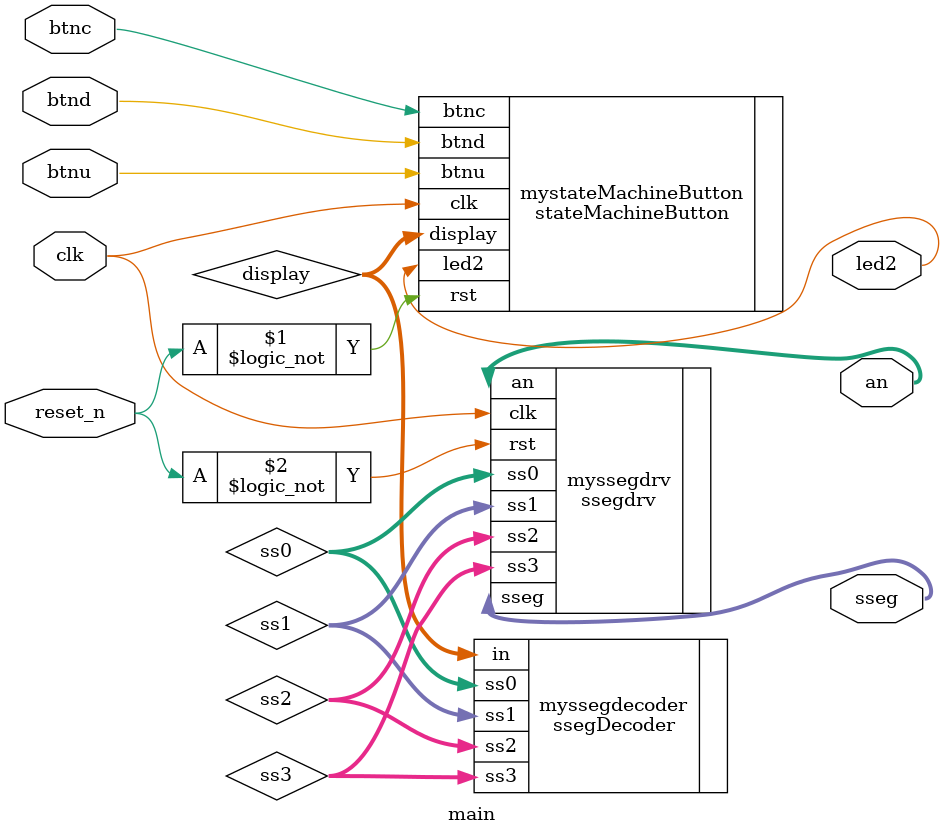
<source format=sv>
`timescale 1ns / 1ps


module main(
    input logic clk,
    input logic reset_n,
    input logic btnc,
    input logic btnu,
    input logic btnd,
    output logic [7:0] an,
    output logic [7:0] sseg,
    output logic led2
    );
    
    logic [7:0] ss0;
    logic [7:0] ss1;
    logic [7:0] ss2;
    logic [7:0] ss3;
    logic [15:0] display;
    
    
    stateMachineButton mystateMachineButton(
    .clk(clk),
    .rst(!reset_n),
    .btnu(btnu),
    .btnc(btnc),
    .btnd(btnd),
    .display(display),
    .led2(led2)
    );
    
    ssegDecoder myssegdecoder(
    .in(display),
    .ss0(ss0),
    .ss1(ss1),
    .ss2(ss2),
    .ss3(ss3)
    );
    
    ssegdrv myssegdrv(
    .clk(clk),
    .rst(!reset_n),
    .ss0(ss0),
    .ss1(ss1),
    .ss2(ss2),
    .ss3(ss3),
    .sseg(sseg),
    .an(an)
    );
    

endmodule

</source>
